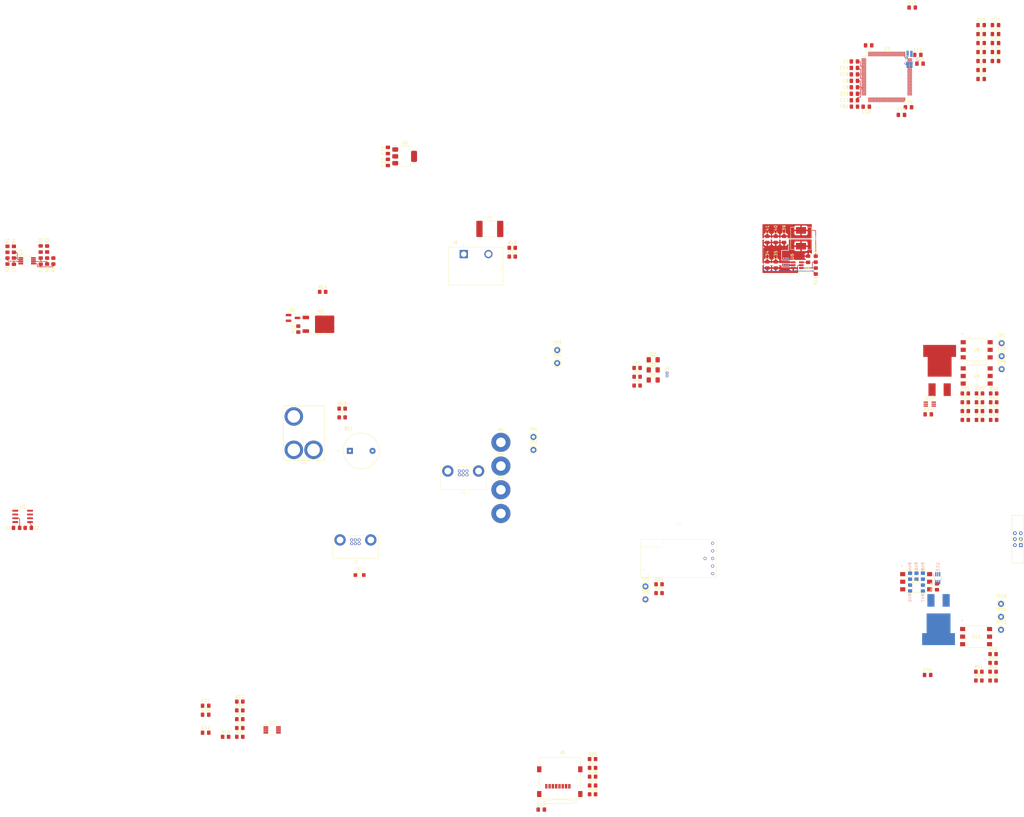
<source format=kicad_pcb>
(kicad_pcb (version 20240108) (generator "pcbnew") (generator_version "8.0")
  (title_block (title "SRAD Altimeter") (company "Waterloo Rocketry"))
  (layers (0 "F.Cu" signal) (1 "In1.Cu" signal) (2 "In2.Cu" signal) (31 "B.Cu" signal) (34 "B.Paste" user) (35 "F.Paste" user) (36 "B.SilkS" user "B.Silkscreen") (37 "F.SilkS" user "F.Silkscreen") (38 "B.Mask" user) (39 "F.Mask" user) (44 "Edge.Cuts" user))
  (net 0 "")
  (net 1 "+5V")
  (net 2 "+PYRO")
  (net 3 "+3V3")
  (net 4 "/mcu/VREF")
  (net 5 "/mcu/VCAP1")
  (net 6 "/mcu/VDDA")
  (net 7 "/mcu/VCAP2")
  (net 8 "/power/MAG_VOUT")
  (net 9 "+12V")
  (net 10 "Net-(U6-BST)")
  (net 11 "/power/3V3_P")
  (net 12 "+BATT")
  (net 13 "Net-(U6-SW)")
  (net 14 "/CHG_N")
  (net 15 "Net-(D2-A)")
  (net 16 "Net-(U2-IN+1)")
  (net 17 "Net-(D3-A)")
  (net 18 "Net-(D4-A)")
  (net 19 "Net-(U2-IN-1)")
  (net 20 "Net-(U2-IN-2)")
  (net 21 "Net-(U2-IN+2)")
  (net 22 "/CHG_P")
  (net 23 "Net-(J4-Pin_1)")
  (net 24 "/GPS_CURR")
  (net 25 "/mcu/MAG_VDIV")
  (net 26 "/mcu/BATT_VDIV")
  (net 27 "/mcu/DSENSE_DIV")
  (net 28 "/drogue/PYRO_SHORT")
  (net 31 "/CANL")
  (net 32 "/CANH")
  (net 33 "/drogue/PYRO_V")
  (net 34 "/mcu/MSENSE_DIV")
  (net 35 "/main/PYRO_SHORT")
  (net 36 "/main/PYRO_V")
  (net 37 "Net-(U7-IN+1)")
  (net 38 "Net-(U7-IN-1)")
  (net 39 "Net-(U7-IN-2)")
  (net 40 "Net-(U7-IN+2)")
  (net 41 "/imu/Pololu_SDA")
  (net 42 "/imu/Pololu_SCL")
  (net 43 "/mcu/SDMMC1_D1")
  (net 44 "Net-(U6-FB)")
  (net 45 "/main/FIRE")
  (net 46 "/mcu/SDMMC1_D3")
  (net 47 "/main/SENSE")
  (net 48 "/mcu/SDMMC1_CK")
  (net 49 "/mcu/SDMMC1_CMD")
  (net 50 "/mcu/SDMMC1_D2")
  (net 51 "/mcu/SDMMC1_D0")
  (net 52 "/mcu/~{LED_ARM}")
  (net 53 "/mcu/~{LED_ERR}")
  (net 54 "/mcu/~{LED_HTB}")
  (net 55 "/main/~{FIRE}")
  (net 56 "/drogue/FIRE")
  (net 57 "/BATT_CURR")
  (net 58 "/3V3_CURR")
  (net 59 "/FDCAN1_TX")
  (net 60 "/FDCAN1_RX")
  (net 61 "/drogue/SENSE")
  (net 62 "Net-(J6-Pin_2)")
  (net 63 "/drogue/~{FIRE}")
  (net 64 "/UART4_TX")
  (net 65 "/GPS_N")
  (net 66 "/UART4_RX")
  (net 67 "/GPSPV")
  (net 68 "/GPSRESET")
  (net 69 "/DFIRE+")
  (net 71 "/DFIRE-")
  (net 72 "/MFIRE-")
  (net 74 "/MFIRE+")
  (net 75 "/mcu/SWCLK")
  (net 76 "/mcu/SWDIO")
  (net 83 "Net-(Q1-D)")
  (net 84 "/mcu/ALT_ARM")
  (net 85 "Net-(R32-Pad1)")
  (net 86 "Net-(R35-Pad2)")
  (net 87 "Net-(R33-Pad2)")
  (net 88 "Net-(R42-Pad2)")
  (net 89 "Net-(R45-Pad1)")
  (net 90 "Net-(R46-Pad2)")
  (net 91 "Net-(R48-Pad2)")
  (net 140 "Net-(R55-Pad2)")
  (net 141 "GND")
  (net 142 "/CHG_CURR")
  (footprint "Resistor_SMD:R_0805_2012Metric_Pad1.20x1.40mm_HandSolder" (layer "F.Cu") (at -57.2535 146.3388)
    (property "Reference" "R21")
    (property "Value" "10R")
  )
  (footprint "Capacitor_SMD:C_0805_2012Metric_Pad1.18x1.45mm_HandSolder" (layer "F.Cu") (at 148.5392 -75.599972 180)
    (property "Reference" "C19")
    (property "Value" "0.1uF")
  )
  (footprint "TestPoint:TestPoint_Keystone_5000-5004_Miniature" (layer "F.Cu") (at 197.6362 110.4924)
    (property "Reference" "TP12")
    (property "Value" "PYRO_SHORT")
  )
  (footprint "canhw_footprints:connector_Harwin_M80-5000642" (layer "F.Cu") (at 203.2668 80.1304 90)
    (property "Reference" "J3")
    (property "Value" "M80-5000642")
  )
  (footprint "MountingHole:MountingHole_3.2mm_M3_Pad" (layer "F.Cu") (at 30.1654 55.625)
    (property "Reference" "H2")
    (property "Value" "MountingHole_Pad")
  )
  (footprint "Resistor_SMD:R_0805_2012Metric_Pad1.20x1.40mm_HandSolder" (layer "F.Cu") (at 190.4194 34.2572)
    (property "Reference" "R37")
    (property "Value" "20k")
  )
  (footprint "Capacitor_SMD:C_0805_2012Metric_Pad1.18x1.45mm_HandSolder" (layer "F.Cu") (at 169.7482 -82.1436)
    (property "Reference" "C12")
    (property "Value" "100nF")
  )
  (footprint "Resistor_SMD:R_0805_2012Metric_Pad1.20x1.40mm_HandSolder" (layer "F.Cu") (at 135.6106 -9.7028 -90)
    (property "Reference" "R23")
    (property "Value" "10k")
  )
  (footprint "Package_SO:SOIC-8_3.9x4.9mm_P1.27mm" (layer "F.Cu") (at -129.9691 72.4896)
    (property "Reference" "U1")
    (property "Value" "MCP2562")
  )
  (footprint "Resistor_SMD:R_0805_2012Metric_Pad1.20x1.40mm_HandSolder" (layer "F.Cu") (at -57.2535 140.4388)
    (property "Reference" "R19")
    (property "Value" "10R")
  )
  (footprint "TestPoint:TestPoint_Keystone_5000-5004_Miniature" (layer "F.Cu") (at 78.5754 95.945)
    (property "Reference" "TP5")
    (property "Value" "SCL1")
  )
  (footprint "Capacitor_SMD:C_0805_2012Metric_Pad1.18x1.45mm_HandSolder" (layer "F.Cu") (at -123.9266 -13.0256 90)
    (property "Reference" "C4")
    (property "Value" "1uF")
  )
  (footprint "TestPoint:TestPoint_Keystone_5000-5004_Miniature" (layer "F.Cu") (at 41.0654 45.875)
    (property "Reference" "TP1")
    (property "Value" "CHG_CURR")
  )
  (footprint "Resistor_SMD:R_0805_2012Metric_Pad1.20x1.40mm_HandSolder" (layer "F.Cu") (at -121.7676 -13.0556 -90)
    (property "Reference" "R6")
    (property "Value" "10R")
  )
  (footprint "Resistor_SMD:R_0805_2012Metric_Pad1.20x1.40mm_HandSolder" (layer "F.Cu") (at 185.6694 40.1572)
    (property "Reference" "R34")
    (property "Value" "20k")
  )
  (footprint "Resistor_SMD:R_0805_2012Metric_Pad1.20x1.40mm_HandSolder" (layer "F.Cu") (at 75.7754 28.655)
    (property "Reference" "R9")
    (property "Value" "100R")
  )
  (footprint "Capacitor_SMD:C_0805_2012Metric_Pad1.18x1.45mm_HandSolder" (layer "F.Cu") (at 152.5016 -64.77 180)
    (property "Reference" "C10")
    (property "Value" "100nF")
  )
  (footprint "TestPoint:TestPoint_Keystone_5000-5004_Miniature" (layer "F.Cu") (at 197.8394 14.4672)
    (property "Reference" "TP7")
    (property "Value" "PYRO_V")
  )
  (footprint "Resistor_SMD:R_0805_2012Metric_Pad1.20x1.40mm_HandSolder" (layer "F.Cu") (at -57.2535 137.4888)
    (property "Reference" "R18")
    (property "Value" "10R")
  )
  (footprint "Package_TO_SOT_SMD:SOT-23-6_Handsoldering" (layer "F.Cu") (at 129.413 -11.6723)
    (property "Reference" "U6")
    (property "Value" "TPS563200DDCR")
  )
  (footprint "Capacitor_SMD:C_0805_2012Metric_Pad1.18x1.45mm_HandSolder" (layer "F.Cu") (at 153.3144 -85.3186 180)
    (property "Reference" "C6")
    (property "Value" "100nF")
  )
  (footprint "Resistor_SMD:R_0805_2012Metric_Pad1.20x1.40mm_HandSolder" (layer "F.Cu") (at 190.2162 127.4824)
    (property "Reference" "R52")
    (property "Value" "1.5k")
  )
  (footprint "Package_TO_SOT_SMD:SOT-223" (layer "F.Cu") (at -2.0574 -48.133)
    (property "Reference" "U5")
    (property "Value" "NCV33275ST5.0T3G")
  )
  (footprint "TestPoint:TestPoint_Keystone_5000-5004_Miniature" (layer "F.Cu") (at 49.0254 16.785)
    (property "Reference" "TP3")
    (property "Value" "BATT_CURR")
  )
  (footprint "TestPoint:TestPoint_Keystone_5000-5004_Miniature" (layer "F.Cu") (at 197.8394 23.1672)
    (property "Reference" "TP9")
    (property "Value" "PYRO_SHORT")
  )
  (footprint "Resistor_SMD:R_0805_2012Metric_Pad1.20x1.40mm_HandSolder" (layer "F.Cu") (at -57.2535 143.3888)
    (property "Reference" "R20")
    (property "Value" "10R")
  )
  (footprint "Package_TO_SOT_SMD:SOT-23_Handsoldering" (layer "F.Cu") (at -39.4222 5.9944)
    (property "Reference" "Q1")
    (property "Value" "DMG2302UK")
  )
  (footprint "TestPoint:TestPoint_Keystone_5000-5004_Miniature" (layer "F.Cu") (at 197.6362 106.1424)
    (property "Reference" "TP11")
    (property "Value" "SENSE_V")
  )
  (footprint "canhw_footprints:connector_Harwin_G125–MG10605M4P" (layer "F.Cu") (at -18.542 80.378951)
    (property "Reference" "J2")
    (property "Value" "RocketCAN")
  )
  (footprint "Capacitor_SMD:C_0805_2012Metric_Pad1.18x1.45mm_HandSolder" (layer "F.Cu") (at 195.7832 -83.0834)
    (property "Reference" "C30")
    (property "Value" "0.1uF")
  )
  (footprint "MountingHole:MountingHole_3.2mm_M3_Pad" (layer "F.Cu") (at 30.1654 47.675)
    (property "Reference" "H1")
    (property "Value" "MountingHole_Pad")
  )
  (footprint "TestPoint:TestPoint_Keystone_5000-5004_Miniature" (layer "F.Cu") (at 49.0254 21.135)
    (property "Reference" "TP4")
    (property "Value" "3V3_CURR")
  )
  (footprint "Capacitor_SMD:C_0805_2012Metric_Pad1.18x1.45mm_HandSolder" (layer "F.Cu") (at 173.2594 38.2972)
    (property "Reference" "C44")
    (property "Value" "10uF")
  )
  (footprint "Package_TO_SOT_SMD:SOT-363_SC-70-6_Handsoldering" (layer "F.Cu") (at 173.7794 34.8722)
    (property "Reference" "U10")
    (property "Value" "INA212AIDCKT")
  )
  (footprint "Package_SO:VSSOP-8_3x3mm_P0.65mm" (layer "F.Cu") (at -46.4235 144.0388)
    (property "Reference" "U7")
    (property "Value" "INA2180A4IDGKR")
  )
  (footprint "Resistor_SMD:R_0805_2012Metric_Pad1.20x1.40mm_HandSolder" (layer "F.Cu") (at 60.8694 162.65)
    (property "Reference" "R29")
    (property "Value" "10kR")
  )
  (footprint "Resistor_SMD:R_0805_2012Metric_Pad1.20x1.40mm_HandSolder" (layer "F.Cu") (at 195.1694 31.3072)
    (property "Reference" "R40")
    (property "Value" "500R")
  )
  (footprint "Resistor_SMD:R_0805_2012Metric_Pad1.20x1.40mm_HandSolder" (layer "F.Cu") (at 185.6694 37.2072)
    (property "Reference" "R33")
    (property "Value" "500R")
  )
  (footprint "Package_QFP:LQFP-100_14x14mm_P0.5mm" (layer "F.Cu") (at 159.3742 -74.7564)
    (property "Reference" "U3")
    (property "Value" "STM32H750VBTx")
  )
  (footprint "Diode_SMD:Nexperia_CFP3_SOD-123W" (layer "F.Cu") (at -17.142 92.1512)
    (property "Reference" "D1")
    (property "Value" "PMEG2010ER,115")
  )
  (footprint "Capacitor_SMD:C_0805_2012Metric_Pad1.18x1.45mm_HandSolder" (layer "F.Cu") (at 164.2872 -62.0268)
    (property "Reference" "C13")
    (property "Value" "2.2uF")
  )
  (footprint "Resistor_SMD:R_0805_2012Metric_Pad1.20x1.40mm_HandSolder" (layer "F.Cu") (at 60.8694 156.75)
    (property "Reference" "R27")
    (property "Value" "10kR")
  )
  (footprint "Resistor_SMD:R_0805_2012Metric_Pad1.20x1.40mm_HandSolder" (layer "F.Cu") (at -121.7676 -17.0942 90)
    (property "Reference" "R2")
    (property "Value" "0.015R")
  )
  (footprint "Capacitor_SMD:C_0805_2012Metric_Pad1.18x1.45mm_HandSolder" (layer "F.Cu") (at 190.9732 -89.1034)
    (property "Reference" "C21")
    (property "Value" "0.1uF")
  )
  (footprint "Resistor_SMD:R_0805_2012Metric_Pad1.20x1.40mm_HandSolder" (layer "F.Cu") (at -119.6848 -13.0556 90)
    (property "Reference" "R5")
    (property "Value" "10R")
  )
  (footprint "Resistor_SMD:R_0805_2012Metric_Pad1.20x1.40mm_HandSolder" (layer "F.Cu") (at 190.4194 40.1572)
    (property "Reference" "R39")
    (property "Value" "1.5k")
  )
  (footprint "altimeter:CUI_CMI-1295-1285T" (layer "F.Cu") (at -16.59525 50.546)
    (property "Reference" "BZ1")
    (property "Value" "CMI-1295-1285T")
  )
  (footprint "Resistor_SMD:R_0805_2012Metric_Pad1.20x1.40mm_HandSolder" (layer "F.Cu") (at 135.5852 -13.6906 -90)
    (property "Reference" "R22")
    (property "Value" "33.2k")
  )
  (footprint "Capacitor_SMD:C_0805_2012Metric_Pad1.18x1.45mm_HandSolder" (layer "F.Cu") (at -68.6816 138.938)
    (property "Reference" "C38")
    (property "Value" "1uF")
  )
  (footprint "Capacitor_SMD:C_0805_2012Metric_Pad1.18x1.45mm_HandSolder" (layer "F.Cu") (at -7.6708 -50.1142 -90)
    (property "Reference" "C32")
    (property "Value" "0.33uF")
  )
  (footprint "Resistor_SMD:R_0805_2012Metric_Pad1.20x1.40mm_HandSolder" (layer "F.Cu") (at 190.2162 124.5324)
    (property "Reference" "R51")
    (property "Value" "500R")
  )
  (footprint "Diode_SMD:D_1206_3216Metric_Pad1.42x1.75mm_HandSolder" (layer "F.Cu") (at 81.1704 20.025)
    (property "Reference" "D2")
    (property "Value" "RED")
  )
  (footprint "Resistor_SMD:R_0805_2012Metric_Pad1.20x1.40mm_HandSolder" (layer "F.Cu") (at -135.0518 -16.9926 -90)
    (property "Reference" "R1")
    (property "Value" "0.02R")
  )
  (footprint "Resistor_SMD:R_0805_2012Metric_Pad1.20x1.40mm_HandSolder" (layer "F.Cu") (at 195.1694 37.2072)
    (property "Reference" "R42")
    (property "Value" "250R")
  )
  (footprint "Capacitor_SMD:C_0805_2012Metric_Pad1.18x1.45mm_HandSolder" (layer "F.Cu") (at 195.7832 -80.0734)
    (property "Reference" "C31")
    (property "Value" "0.1uF")
  )
  (footprint "Resistor_SMD:R_0805_2012Metric_Pad1.20x1.40mm_HandSolder" (layer "F.Cu") (at -37.6682 9.7536 90)
    (property "Reference" "R15")
    (property "Value" "15k")
  )
  (footprint "Resistor_SMD:R_0805_2012Metric_Pad1.20x1.40mm_HandSolder" (layer "F.Cu") (at 185.6694 31.3072)
    (property "Reference" "R31")
    (property "Value" "10k")
  )
  (footprint "Capacitor_SMD:C_0805_2012Metric_Pad1.18x1.45mm_HandSolder" (layer "F.Cu") (at 119.38 -11.7602 90)
    (property "Reference" "C34")
    (property "Value" "10uF")
  )
  (footprint "Capacitor_SMD:C_0805_2012Metric_Pad1.18x1.45mm_HandSolder" (layer "F.Cu") (at 148.5431 -66.932316 180)
    (property "Reference" "C17")
    (property "Value" "1uF")
  )
  (footprint "Capacitor_SMD:C_0805_2012Metric_Pad1.18x1.45mm_HandSolder" (layer "F.Cu") (at 124.9934 -20.32 -90)
    (property "Reference" "C39")
    (property "Value" "22uF")
  )
  (footprint "Capacitor_SMD:C_0805_2012Metric_Pad1.18x1.45mm_HandSolder" (layer "F.Cu") (at 122.1867 -20.32 -90)
    (property "Reference" "C40")
    (property "Value" "22uF")
  )
  (footprint "Package_TO_SOT_SMD:TO-252-2" (layer "F.Cu") (at -30.1158 8.129)
    (property "Reference" "Q2")
    (property "Value" "AOD417")
  )
  (footprint "altimeter:IND_IHLP-2525CZ_VIS" (layer "F.Cu") (at 130.6576 -20.6756 -90)
    (property "Reference" "L1")
    (property "Value" "IHLP2525CZER2R2M11")
  )
  (footprint "Connector_PinHeader_1.00mm:PinHeader_1x02_P1.00mm_Vertical" (layer "F.Cu") (at 85.8154 24.455)
    (property "Reference" "J4")
    (property "Value" "RESET")
  )
  (footprint "Capacitor_SMD:C_0805_2012Metric_Pad1.18x1.45mm_HandSolder" (layer "F.Cu") (at 195.7832 -89.1034)
    (property "Reference" "C28")
    (property "Value" "0.1uF")
  )
  (footprint "Resistor_SMD:R_0805_2012Metric_Pad1.20x1.40mm_HandSolder" (layer "F.Cu") (at 195.1694 40.1572)
    (property "Reference" "R43")
    (property "Value" "10k")
  )
  (footprint "canhw_footprints:connector_Harwin_G125–MG10605M4P" (layer "F.Cu") (at 17.5454 57.300402)
    (property "Reference" "J1")
    (property "Value" "GPS")
  )
  (footprint "Capacitor_SMD:C_0805_2012Metric_Pad1.18x1.45mm_HandSolder" (layer "F.Cu") (at 148.5392 -69.09923 180)
    (property "Reference" "C15")
    (property "Value" "100nF")
  )
  (footprint "Capacitor_SMD:C_0805_2012Metric_Pad1.18x1.45mm_HandSolder" (layer "F.Cu") (at -132.8928 -13.0256 -90)
    (property "Reference" "C3")
    (property "Value" "1uF")
  )
  (footprint "Resistor_SMD:R_0805_2012Metric_Pad1.20x1.40mm_HandSolder" (layer "F.Cu") (at -22.98525 36.376)
    (property "Reference" "R10")
    (property "Value" "60k")
  )
  (footprint "Diode_SMD:D_1206_3216Metric_Pad1.42x1.75mm_HandSolder" (layer "F.Cu") (at 81.1704 23.415)
    (property "Reference" "D3")
    (property "Value" "YELLOW")
  )
  (footprint "altimeter:TLP3543A__6P4X7P12_TOS" (layer "F.Cu") (at 189.2808 112.776)
    (property "Reference" "U12")
    (property "Value" "TLP3543A")
  )
  (footprint "MountingHole:MountingHole_3.2mm_M3_Pad" (layer "F.Cu") (at 30.1654 63.575)
    (property "Reference" "H3")
    (property "Value" "MountingHole_Pad")
  )
  (footprint "Capacitor_SMD:C_0805_2012Metric_Pad1.18x1.45mm_HandSolder" (layer "F.Cu") (at 190.9732 -77.0634)
    (property "Reference" "C25")
    (property "Value" "0.1uF")
  )
  (footprint "Capacitor_SMD:C_0805_2012Metric_Pad1.18x1.45mm_HandSolder" (layer "F.Cu") (at 190.9732 -86.0934)
    (property "Reference" "C22")
    (property "Value" "0.1uF")
  )
  (footprint "Capacitor_SMD:C_0805_2012Metric_Pad1.18x1.45mm_HandSolder" (layer "F.Cu") (at -128.0883 76.327 180)
    (property "Reference" "C2")
    (property "Value" "10uF")
  )
  (footprint "Capacitor_SMD:C_0805_2012Metric_Pad1.18x1.45mm_HandSolder" (layer "F.Cu") (at 148.5392 -71.2724 180)
    (property "Reference" "C9")
    (property "Value" "1uF")
  )
  (footprint "Resistor_SMD:R_0805_2012Metric_Pad1.20x1.40mm_HandSolder" (layer "F.Cu") (at 194.9662 127.4824)
    (property "Reference" "R56")
    (property "Value" "10k")
  )
  (footprint "Capacitor_SMD:C_0805_2012Metric_Pad1.18x1.45mm_HandSolder" (layer "F.Cu") (at 119.38 -20.32 -90)
    (property "Reference" "C41")
    (property "Value" "22uF")
  )
  (footprint "Resistor_SMD:R_0805_2012Metric_Pad1.20x1.40mm_HandSolder" (layer "F.Cu") (at 75.7754 25.705)
    (property "Reference" "R8")
    (property "Value" "100R")
  )
  (footprint "Diode_SMD:D_1206_3216Metric_Pad1.42x1.75mm_HandSolder" (layer "F.Cu") (at 81.1704 26.805)
    (property "Reference" "D4")
    (property "Value" "GREEN")
  )
  (footprint "Capacitor_SMD:C_0805_2012Metric_Pad1.18x1.45mm_HandSolder" (layer "F.Cu") (at 195.7832 -92.1134)
    (property "Reference" "C27")
    (property "Value" "0.1uF")
  )
  (footprint "TestPoint:TestPoint_Keystone_5000-5004_Miniature" (layer "F.Cu") (at 197.8394 18.8172)
    (property "Reference" "TP8")
    (property "Value" "SENSE_V")
  )
  (footprint "Resistor_SMD:R_0805_2012Metric_Pad1.20x1.40mm_HandSolder" (layer "F.Cu") (at 33.9719 -14.5469)
    (property "Reference" "R13")
    (property "Value" "20k")
  )
  (footprint "Capacitor_SMD:C_0805_2012Metric_Pad1.18x1.45mm_HandSolder" (layer "F.Cu") (at 43.6894 170.72)
    (property "Reference" "C43")
    (property "Value" "4.7uF")
  )
  (footprint "Capacitor_SMD:C_0805_2012Metric_Pad1.18x1.45mm_HandSolder" (layer "F.Cu") (at 148.5392 -79.9338 180)
    (property "Reference" "C7")
    (property "Value" "100nF")
  )
  (footprint "Capacitor_SMD:C_0805_2012Metric_Pad1.18x1.45mm_HandSolder" (layer "F.Cu") (at -68.6816 135.928)
    (property "Reference" "C37")
    (property "Value" "1uF")
  )
  (footprint "Resistor_SMD:R_0805_2012Metric_Pad1.20x1.40mm_HandSolder" (layer "F.Cu") (at 33.9719 -17.4969)
    (property "Reference" "R12")
    (property "Value" "60k")
  )
  (footprint "Resistor_SMD:R_0805_2012Metric_Pad1.20x1.40mm_HandSolder" (layer "F.Cu") (at -62.0035 146.3388)
    (property "Reference" "R16")
    (property "Value" "0.002R")
  )
  (footprint "Resistor_SMD:R_0805_2012Metric_Pad1.20x1.40mm_HandSolder" (layer "F.Cu") (at 190.4194 37.2072)
    (property "Reference" "R38")
    (property "Value" "500R")
  )
  (footprint "Capacitor_SMD:C_0805_2012Metric_Pad1.18x1.45mm_HandSolder" (layer "F.Cu") (at 190.9732 -83.0834)
    (property "Reference" "C23")
    (property "Value" "0.1uF")
  )
  (footprint "altimeter:PololuAltIMUv6" (layer "F.Cu") (at 89.6504 75.79)
    (property "Reference" "J7")
    (property "Value" "Pololu")
  )
  (footprint "Capacitor_SMD:C_0805_2012Metric_Pad1.18x1.45mm_HandSolder" (layer "F.Cu") (at 190.9732 -74.0534)
    (property "Reference" "C26")
    (property "Value" "0.1uF")
  )
  (footprint "Capacitor_SMD:C_0805_2012Metric_Pad1.18x1.45mm_HandSolder" (layer "F.Cu") (at 173.0562 125.6224)
    (property "Reference" "C45")
    (property "Value" "10uF")
  )
  (footprint "altimeter:TLP3543A__6P4X7P12_TOS" (layer "F.Cu") (at 189.484 25.4508)
    (property "Reference" "U9")
    (property "Value" "TLP3543A")
  )
  (footprint "Capacitor_SMD:C_0805_2012Metric_Pad1.18x1.45mm_HandSolder" (layer "F.Cu") (at 133.0452 -13.6652 90)
    (property "Reference" "C36")
    (property "Value" "100nF")
  )
  (footprint "canhw_footprints:microSD_Molex_WM6698CT-ND" (layer "F.Cu") (at 43.006 165.5156)
    (property "Reference" "J8")
    (property "Value" "Micro_SD_Card")
  )
  (footprint "Resistor_SMD:R_0805_2012Metric_Pad1.20x1.40mm_HandSolder" (layer "F.Cu") (at -22.98525 39.326)
    (property "Reference" "R11")
    (property "Value" "20k")
  )
  (footprint "altimeter:TLP3543A__6P4X7P12_TOS" (layer "F.Cu") (at 169.2148 94.3864)
    (property "Reference" "U11")
    (property "Value" "TLP3543A")
  )
  (footprint "Capacitor_SMD:C_0805_2012Metric_Pad1.18x1.45mm_HandSolder" (layer "F.Cu") (at 170.5102 -79.1972)
    (property "Reference" "C16")
    (property "Value" "2.2uF")
  )
  (footprint "Resistor_SMD:R_0805_2012Metric_Pad1.20x1.40mm_HandSolder" (layer "F.Cu") (at 60.8694 159.7)
    (property "Reference" "R28")
    (property "Value" "10kR")
  )
  (footprint "Capacitor_SMD:C_0805_2012Metric_Pad1.18x1.45mm_HandSolder" (layer "F.Cu") (at 166.6494 -64.5922)
    (property "Reference" "C18")
    (property "Value" "100nF")
  )
  (footprint "Package_SO:VSSOP-8_3x3mm_P0.65mm" (layer "F.Cu") (at -128.4732 -13.1474)
    (property "Reference" "U2")
    (property "Value" "INA2180A4IDGKR")
  )
  (footprint "Capacitor_SMD:C_0805_2012Metric_Pad1.18x1.45mm_HandSolder" (layer "F.Cu") (at 167.894 -97.9932)
    (property "Reference" "C11")
    (property "Value" "4.7uF")
  )
  (footprint "Capacitor_SMD:C_0805_2012Metric_Pad1.18x1.45mm_HandSolder" (layer "F.Cu") (at -68.6816 144.958)
    (property "Reference" "C42")
    (property "Value" "10uF")
  )
  (footprint "Capacitor_SMD:C_0805_2012Metric_Pad1.18x1.45mm_HandSolder" (layer "F.Cu") (at -123.9266 -17.0942 90)
    (property "Reference" "C5")
    (property "Value" "10uF")
  )
  (footprint "Resistor_SMD:R_0805_2012Metric_Pad1.20x1.40mm_HandSolder" (layer "F.Cu") (at 185.6694 34.2572)
    (property "Reference" "R32")
    (property "Value" "250R")
  )
  (footprint "Resistor_SMD:R_0805_2012Metric_Pad1.20x1.40mm_HandSolder" (layer "F.Cu") (at 83.1254 98.195)
    (property "Reference" "R25")
    (property "Value" "10k")
  )
  (footprint "Resistor_SMD:R_0805_2012Metric_Pad1.20x1.40mm_HandSolder" (layer "F.Cu") (at 75.7754 22.755)
    (property "Reference" "R7")
    (property "Value" "100R")
  )
  (footprint "Fuse:Fuse_2920_7451Metric_Pad2.10x5.45mm_HandSolder" (layer "F.Cu") (at 26.4668 -23.8252)
    (property "Reference" "F1")
    (property "Value" "2920L700/24SLER")
  )
  (footprint "Resistor_SMD:R_0805_2012Metric_Pad1.20x1.40mm_HandSolder" (layer "F.Cu") (at 60.8694 153.8)
    (property "Reference" "R26")
    (property "Value" "10kR")
  )
  (footprint "Resistor_SMD:R_0805_2012Metric_Pad1.20x1.40mm_HandSolder" (layer "F.Cu") (at -135.0518 -13.0556 90)
    (property "Reference" "R3")
    (property "Value" "10R")
  )
  (footprint "canhw_footprints:Mag Switch" (layer "F.Cu") (at -35.8648 53.7464)
    (property "Reference" "U4")
    (property "Value" "Mag Switch")
  )
  (footprint "Resistor_SMD:R_0805_2012Metric_Pad1.20x1.40mm_HandSolder" (layer "F.Cu") (at 195.1694 34.2572)
    (property "Reference" "R41")
    (property "Value" "20k")
  )
  (footprint "TestPoint:TestPoint_Keystone_5000-5004_Miniature" (layer "F.Cu") (at 41.0654 50.225)
    (property "Reference" "TP2")
    (property "Value" "GPS_CURR")
  )
  (footprint "Resistor_SMD:R_0805_2012Metric_Pad1.20x1.40mm_HandSolder" (layer "F.Cu") (at 60.8694 165.6)
    (property "Reference" "R30")
    (property "Value" "10kR")
  )
  (footprint "Capacitor_SMD:C_0805_2012Metric_Pad1.18x1.45mm_HandSolder" (layer "F.Cu") (at 148.5392 -77.7748 180)
    (property "Reference" "C14")
    (property "Value" "100nF")
  )
  (footprint "Inductor_SMD:L_0805_2012Metric_Pad1.15x1.40mm_HandSolder" (layer "F.Cu") (at 148.558734 -64.7954)
    (property "Reference" "FB1")
    (property "Value" "BLM21PG221SN1D")
  )
  (footprint "Resistor_SMD:R_0805_2012Metric_Pad1.20x1.40mm_HandSolder" (layer "F.Cu") (at -57.2535 134.5388)
    (property "Reference" "R17")
    (property "Value" "0.01R")
  )
  (footprint "Resistor_SMD:R_0805_2012Metric_Pad1.20x1.40mm_HandSolder" (layer "F.Cu") (at 190.4194 31.3072)
    (property "Reference" "R35")
    (property "Value" "60k")
  )
  (footprint "altimeter:RES_PWR263S_BRN" (layer "F.Cu") (at 177.0744 13.0422)
    (property "Reference" "R36" (hide yes))
    (property "Value" "PWR263S-35-5R00F" (hide yes))
  )
  (footprint "Capacitor_SMD:C_0805_2012Metric_Pad1.18x1.45mm_HandSolder" (layer "F.Cu") (at 195.7832 -86.0934)
    (property "Reference" "C29")
    (property "Value" "0.1uF")
  )
  (footprint "Capacitor_SMD:C_0805_2012Metric_Pad1.18x1.45mm_HandSolder" (layer "F.Cu") (at -131.9999 76.327 180)
    (property "Reference" "C1")
    (property "Value" "10uF")
  )
  (footprint "Resistor_SMD:R_0805_2012Metric_Pad1.20x1.40mm_HandSolder" (layer "F.Cu") (at 194.9662 121.5824)
    (property "Reference" "R54")
    (property "Value" "20k")
  )
  (footprint "Resistor_SMD:R_0805_2012Metric_Pad1.20x1.40mm_HandSolder" (layer "F.Cu") (at 176.1744 96.0628 90)
    (property "Reference" "R50")
    (property "Value" "20k")
  )
  (footprint "TestPoint:TestPoint_Keystone_5000-5004_Miniature" (layer "F.Cu") (at 197.6362 101.7924)
    (property "Reference" "TP10")
    (property "Value" "PYRO_V")
  )
  (footprint "TestPoint:TestPoint_Keystone_5000-5004_Miniature" (layer "F.Cu") (at 78.5754 100.295)
    (property "Reference" "TP6")
    (property "Value" "SDA1")
  )
  (footprint "Capacitor_SMD:C_0805_2012Metric_Pad1.18x1.45mm_HandSolder" (layer "F.Cu") (at 190.9732 -92.1134)
    (property "Reference" "C20")
    (property "Value" "0.1uF")
  )
  (footprint "Resistor_SMD:R_0805_2012Metric_Pad1.20x1.40mm_HandSolder" (layer "F.Cu") (at 83.1254 95.245)
    (property "Reference" "R24")
    (property "Value" "10k")
  )
  (footprint "Resistor_SMD:R_0805_2012Metric_Pad1.20x1.40mm_HandSolder" (layer "F.Cu") (at 194.9662 118.6324)
    (property "Reference" "R53")
    (property "Value" "500R")
  )
  (footprint "Resistor_SMD:R_0805_2012Metric_Pad1.20x1.40mm_HandSolder" (layer "F.Cu") (at 194.9662 124.5324)
    (property "Reference" "R55")
    (property "Value" "250R")
  )
  (footprint "Resistor_SMD:R_0805_2012Metric_Pad1.20x1.40mm_HandSolder" (layer "F.Cu") (at -29.4988 -2.7468)
    (property "Reference" "R14")
    (property "Value" "5k")
  )
  (footprint "altimeter:TLP3543A__6P4X7P12_TOS" (layer "F.Cu") (at 189.484 16.6784)
    (property "Reference" "U8")
    (property "Value" "TLP3543A")
  )
  (footprint "Capacitor_SMD:C_0805_2012Metric_Pad1.18x1.45mm_HandSolder" (layer "F.Cu") (at -7.6708 -46.101 90)
    (property "Reference" "C33")
    (property "Value" "0.22uF")
  )
  (footprint "Capacitor_SMD:C_0805_2012Metric_Pad1.18x1.45mm_HandSolder" (layer "F.Cu") (at 122.1867 -11.7602 90)
    (property "Reference" "C35")
    (property "Value" "10uF")
  )
  (footprint "Capacitor_SMD:C_0805_2012Metric_Pad1.18x1.45mm_HandSolder" (layer "F.Cu") (at 148.5431 -73.433058 180)
    (property "Reference" "C8")
    (property "Value" "100nF")
  )
  (footprint "canhw_footprints:TE_2-1437667-4" (layer "F.Cu") (at 17.7419 -15.3819)
    (property "Reference" "J6")
    (property "Value" "4DB-P108-02")
  )
  (footprint "Capacitor_SMD:C_0805_2012Metric_Pad1.18x1.45mm_HandSolder" (layer "F.Cu") (at 190.9732 -80.0734)
    (property "Reference" "C24")
    (property "Value" "0.1uF")
  )
  (footprint "Resistor_SMD:R_0805_2012Metric_Pad1.20x1.40mm_HandSolder" (layer "F.Cu") (at -132.8928 -16.9926 90)
    (property "Reference" "R4")
    (property "Value" "10R")
  )
  (footprint "MountingHole:MountingHole_3.2mm_M3_Pad" (layer "F.Cu") (at 30.1654 71.525)
    (property "Reference" "H4")
    (property "Value" "MountingHole_Pad")
  )
  (footprint "Connector_PinSocket_1.27mm:PinSocket_2x02_P1.27mm_Vertical_SMD" (layer "B.Cu") (at 166.9796 -80.6704 90)
    (property "Reference" "J5")
    (property "Value" "Programmer")
  )
  (footprint "Resistor_SMD:R_0805_2012Metric_Pad1.20x1.40mm_HandSolder" (layer "B.Cu") (at 167.1828 92.5322 90)
    (property "Reference" "R44")
    (property "Value" "10k")
  )
  (footprint "Package_TO_SOT_SMD:SOT-363_SC-70-6_Handsoldering" (layer "B.Cu") (at 176.4405 93.1926 -90)
    (property "Reference" "U13")
    (property "Value" "INA212AIDCKT")
  )
  (footprint "Resistor_SMD:R_0805_2012Metric_Pad1.20x1.40mm_HandSolder" (layer "B.Cu") (at 171.4754 96.52 90)
    (property "Reference" "R47")
    (property "Value" "20k")
  )
  (footprint "Resistor_SMD:R_0805_2012Metric_Pad1.20x1.40mm_HandSolder" (layer "B.Cu") (at 169.3164 92.5322 -90)
    (property "Reference" "R46")
    (property "Value" "500R")
  )
  (footprint "Resistor_SMD:R_0805_2012Metric_Pad1.20x1.40mm_HandSolder" (layer "B.Cu") (at 167.1828 96.504 -90)
    (property "Reference" "R45")
    (property "Value" "250R")
  )
  (footprint "Resistor_SMD:R_0805_2012Metric_Pad1.20x1.40mm_HandSolder" (layer "B.Cu") (at 171.4754 92.5162 90)
    (property "Reference" "R48")
    (property "Value" "60k")
  )
  (footprint "altimeter:RES_PWR263S_BRN" (layer "B.Cu") (at 176.7078 117.6298)
    (property "Reference" "R49" (hide yes))
    (property "Value" "PWR263S-35-5R00F" (hide yes))
  )
  (segment (start -131.2184 73.1246) (end -132.4441 73.1246) (width 0.2) (layer "F.Cu") (net 1))
  (segment (start -130.9624 76.327) (end -130.9624 73.3806) (width 0.2) (layer "F.Cu") (net 1))
  (segment (start -130.9624 73.3806) (end -131.2184 73.1246) (width 0.2) (layer "F.Cu") (net 1))
  (segment (start 150.7754 -78.2564) (end 151.6992 -78.2564) (width 0.2) (layer "F.Cu") (net 3))
  (segment (start 150.786201 -75.7564) (end 151.6992 -75.7564) (width 0.2) (layer "F.Cu") (net 3))
  (segment (start 150.5712 -77.2414) (end 150.5712 -75.971401) (width 0.2) (layer "F.Cu") (net 3))
  (segment (start 149.677914 -77.423486) (end 150.389114 -77.423486) (width 0.2) (layer "F.Cu") (net 3))
  (segment (start 150.389114 -77.423486) (end 150.5712 -77.2414) (width 0.2) (layer "F.Cu") (net 3))
  (segment (start -127.508 74.9046) (end -127.508 74.4085) (width 0.2) (layer "F.Cu") (net 3))
  (segment (start -127.0508 76.327) (end -127.0508 75.3618) (width 0.2) (layer "F.Cu") (net 3))
  (segment (start 150.5712 -75.971401) (end 150.786201 -75.7564) (width 0.2) (layer "F.Cu") (net 3))
  (segment (start -127.0508 75.3618) (end -127.508 74.9046) (width 0.2) (layer "F.Cu") (net 3))
  (segment (start 150.5204 -78.5114) (end 150.7754 -78.2564) (width 0.2) (layer "F.Cu") (net 3))
  (segment (start 150.3426 -79.9338) (end 150.5204 -79.756) (width 0.2) (layer "F.Cu") (net 3))
  (segment (start 150.5204 -79.756) (end 150.5204 -78.5114) (width 0.2) (layer "F.Cu") (net 3))
  (segment (start 149.520034 -79.9338) (end 150.3426 -79.9338) (width 0.2) (layer "F.Cu") (net 3))
  (segment (start 151.6992 -71.2564) (end 149.5927 -71.2564) (width 0.2) (layer "F.Cu") (net 4))
  (segment (start 150.5204 -71.5264) (end 150.7904 -71.2564) (width 0.2) (layer "F.Cu") (net 4))
  (segment (start 150.417142 -73.433058) (end 150.5204 -73.3298) (width 0.2) (layer "F.Cu") (net 4))
  (segment (start 150.5204 -73.3298) (end 150.5204 -71.5264) (width 0.2) (layer "F.Cu") (net 4))
  (segment (start 150.7904 -71.2564) (end 151.6992 -71.2564) (width 0.2) (layer "F.Cu") (net 4))
  (segment (start 149.5806 -73.433058) (end 150.417142 -73.433058) (width 0.2) (layer "F.Cu") (net 4))
  (segment (start 150.5458 -70.6882) (end 150.614 -70.7564) (width 0.2) (layer "F.Cu") (net 6))
  (segment (start 150.4442 -67.9196) (end 150.5458 -68.0212) (width 0.2) (layer "F.Cu") (net 6))
  (segment (start 150.5458 -69.977) (end 150.5458 -70.6882) (width 0.2) (layer "F.Cu") (net 6))
  (segment (start 149.733 -67.9196) (end 150.4442 -67.9196) (width 0.2) (layer "F.Cu") (net 6))
  (segment (start 150.5458 -69.3674) (end 150.5458 -69.977) (width 0.2) (layer "F.Cu") (net 6))
  (segment (start 150.3934 -69.215) (end 150.5458 -69.3674) (width 0.2) (layer "F.Cu") (net 6))
  (segment (start 150.5458 -68.0212) (end 150.5458 -69.977) (width 0.2) (layer "F.Cu") (net 6))
  (segment (start 149.5806 -66.9544) (end 149.5806 -67.7672) (width 0.2) (layer "F.Cu") (net 6))
  (segment (start 150.614 -70.7564) (end 151.6992 -70.7564) (width 0.2) (layer "F.Cu") (net 6))
  (segment (start 149.5806 -69.215) (end 150.3934 -69.215) (width 0.2) (layer "F.Cu") (net 6))
  (segment (start 149.5806 -67.7672) (end 149.733 -67.9196) (width 0.2) (layer "F.Cu") (net 6))
  (segment (start 130.763 -11.6723) (end 129.7569 -11.6723) (width 0.2) (layer "F.Cu") (net 9))
  (segment (start 129.54 -11.4554) (end 129.54 -10.7442) (width 0.2) (layer "F.Cu") (net 9))
  (segment (start 129.7569 -11.6723) (end 129.54 -11.4554) (width 0.2) (layer "F.Cu") (net 9))
  (segment (start 130.763 -12.6223) (end 133.0398 -12.6223) (width 0.2) (layer "F.Cu") (net 10))
  (segment (start 133.0398 -12.6223) (end 133.0452 -12.6277) (width 0.2) (layer "F.Cu") (net 10))
  (segment (start 135.5852 -14.6906) (end 135.5852 -23.114) (width 0.2) (layer "F.Cu") (net 11))
  (segment (start 135.5852 -23.114) (end 135.3566 -23.3426) (width 0.2) (layer "F.Cu") (net 11))
  (segment (start 135.3566 -23.3426) (end 133.5278 -23.3426) (width 0.2) (layer "F.Cu") (net 11))
  (via (at 126.3396 -14.0462) (size 0.6) (drill 0.3) (layers "F.Cu" "B.Cu") (net 13))
  (via (at 125.603 -11.6977) (size 0.6) (drill 0.3) (layers "F.Cu" "B.Cu") (net 13))
  (via (at 125.603 -14.0462) (size 0.6) (drill 0.3) (layers "F.Cu" "B.Cu") (net 13))
  (via (at 126.3396 -11.6977) (size 0.6) (drill 0.3) (layers "F.Cu" "B.Cu") (net 13))
  (via (at 124.8664 -11.6977) (size 0.6) (drill 0.3) (layers "F.Cu" "B.Cu") (net 13))
  (via (at 124.8664 -14.0462) (size 0.6) (drill 0.3) (layers "F.Cu" "B.Cu") (net 13))
  (segment (start -132.8928 -12.827) (end -133.096 -13.0302) (width 0.2) (layer "F.Cu") (net 16))
  (segment (start -134.6962 -13.0302) (end -133.096 -13.0302) (width 0.2) (layer "F.Cu") (net 16))
  (segment (start -135.0518 -13.3858) (end -134.6962 -13.0302) (width 0.2) (layer "F.Cu") (net 16))
  (segment (start -133.096 -13.0302) (end -131.953 -13.0302) (width 0.2) (layer "F.Cu") (net 16))
  (segment (start -131.953 -13.0302) (end -131.7804 -12.8576) (width 0.2) (layer "F.Cu") (net 16))
  (segment (start -131.7804 -12.8576) (end -130.5857 -12.8576) (width 0.2) (layer "F.Cu") (net 16))
  (segment (start -132.8928 -12.022) (end -132.8928 -12.827) (width 0.2) (layer "F.Cu") (net 16))
  (segment (start -135.0518 -14.0302) (end -135.0518 -13.3858) (width 0.2) (layer "F.Cu") (net 16))
  (segment (start -131.7752 -15.6464) (end -131.7752 -13.843) (width 0.2) (layer "F.Cu") (net 19))
  (segment (start -131.7752 -13.6652) (end -131.6176 -13.5076) (width 0.2) (layer "F.Cu") (net 19))
  (segment (start -132.8928 -15.9926) (end -132.1214 -15.9926) (width 0.2) (layer "F.Cu") (net 19))
  (segment (start -132.1214 -15.9926) (end -131.7752 -15.6464) (width 0.2) (layer "F.Cu") (net 19))
  (segment (start -131.7752 -13.843) (end -131.7752 -13.6652) (width 0.2) (layer "F.Cu") (net 19))
  (segment (start -132.8928 -14.097) (end -132.0292 -14.097) (width 0.2) (layer "F.Cu") (net 19))
  (segment (start -131.6176 -13.5076) (end -130.5857 -13.5076) (width 0.2) (layer "F.Cu") (net 19))
  (segment (start -132.0292 -14.097) (end -131.7752 -13.843) (width 0.2) (layer "F.Cu") (net 19))
  (segment (start -123.9266 -13.1342) (end -123.698 -12.9056) (width 0.2) (layer "F.Cu") (net 20))
  (segment (start -124.638744 -12.9032) (end -126.3405 -12.9032) (width 0.2) (layer "F.Cu") (net 20))
  (segment (start -121.897 -12.9056) (end -123.698 -12.9056) (width 0.2) (layer "F.Cu") (net 20))
  (segment (start -123.698 -12.9056) (end -124.636344 -12.9056) (width 0.2) (layer "F.Cu") (net 20))
  (segment (start -121.7676 -12.7762) (end -121.897 -12.9056) (width 0.2) (layer "F.Cu") (net 20))
  (segment (start -124.636344 -12.9056) (end -124.638744 -12.9032) (width 0.2) (layer "F.Cu") (net 20))
  (segment (start -123.9266 -14.0931) (end -123.9266 -13.1342) (width 0.2) (layer "F.Cu") (net 20))
  (segment (start -121.7676 -12.0556) (end -121.7676 -12.7762) (width 0.2) (layer "F.Cu") (net 20))
  (segment (start -125.263 -12.2076) (end -126.3353 -12.2076) (width 0.2) (layer "F.Cu") (net 21))
  (segment (start -125.0696 -12.0142) (end -125.263 -12.2076) (width 0.2) (layer "F.Cu") (net 21))
  (segment (start -119.9261 -11.1379) (end -124.1171 -11.1379) (width 0.2) (layer "F.Cu") (net 21))
  (segment (start -123.9266 -11.3284) (end -124.1171 -11.1379) (width 0.2) (layer "F.Cu") (net 21))
  (segment (start -119.6848 -11.3792) (end -119.9261 -11.1379) (width 0.2) (layer "F.Cu") (net 21))
  (segment (start -119.6848 -12.0556) (end -119.6848 -11.3792) (width 0.2) (layer "F.Cu") (net 21))
  (segment (start -124.841 -11.1379) (end -125.0696 -11.3665) (width 0.2) (layer "F.Cu") (net 21))
  (segment (start -124.1171 -11.1379) (end -124.841 -11.1379) (width 0.2) (layer "F.Cu") (net 21))
  (segment (start -123.9266 -12.0181) (end -123.9266 -11.3284) (width 0.2) (layer "F.Cu") (net 21))
  (segment (start -125.0696 -11.3665) (end -125.0696 -12.0142) (width 0.2) (layer "F.Cu") (net 21))
  (segment (start 150.6352 -74.2564) (end 151.6992 -74.2564) (width 0.2) (layer "F.Cu") (net 23))
  (segment (start 150.5458 -74.3458) (end 150.6352 -74.2564) (width 0.2) (layer "F.Cu") (net 23))
  (segment (start 150.372418 -75.599972) (end 150.5458 -75.42659) (width 0.2) (layer "F.Cu") (net 23))
  (segment (start 149.5806 -75.599972) (end 150.372418 -75.599972) (width 0.2) (layer "F.Cu") (net 23))
  (segment (start 150.5458 -75.42659) (end 150.5458 -74.3458) (width 0.2) (layer "F.Cu") (net 23))
  (segment (start 135.5911 -10.7223) (end 135.6106 -10.7028) (width 0.2) (layer "F.Cu") (net 44))
  (segment (start 134.1917 -10.7223) (end 134.4422 -10.9728) (width 0.2) (layer "F.Cu") (net 44))
  (segment (start 134.5852 -12.6906) (end 135.5852 -12.6906) (width 0.2) (layer "F.Cu") (net 44))
  (segment (start 133.2484 -10.7223) (end 134.1917 -10.7223) (width 0.2) (layer "F.Cu") (net 44))
  (segment (start 134.4422 -10.9728) (end 134.4422 -12.5476) (width 0.2) (layer "F.Cu") (net 44))
  (segment (start 133.2484 -10.7223) (end 135.5911 -10.7223) (width 0.2) (layer "F.Cu") (net 44))
  (segment (start 134.4422 -12.5476) (end 134.5852 -12.6906) (width 0.2) (layer "F.Cu") (net 44))
  (segment (start 130.763 -10.7223) (end 133.2484 -10.7223) (width 0.2) (layer "F.Cu") (net 44))
  (segment (start 165.788074 -81.051821) (end 165.3742 -81.465695) (width 0.2) (layer "F.Cu") (net 75))
  (segment (start 165.3742 -81.465695) (end 165.3742 -82.4314) (width 0.2) (layer "F.Cu") (net 75))
  (via (at 165.788074 -81.051821) (size 0.6) (drill 0.3) (layers "F.Cu" "B.Cu") (net 75))
  (segment (start 166.192621 -81.051821) (end 165.788074 -81.051821) (width 0.2) (layer "B.Cu") (net 75))
  (segment (start 166.3446 -81.2038) (end 166.192621 -81.051821) (width 0.2) (layer "B.Cu") (net 75))
  (segment (start 166.3446 -82.4704) (end 166.3446 -81.2038) (width 0.2) (layer "B.Cu") (net 75))
  (segment (start 165.608 -79.248) (end 167.0408 -79.248) (width 0.2) (layer "F.Cu") (net 76))
  (via (at 165.608 -79.248) (size 0.6) (drill 0.3) (layers "F.Cu" "B.Cu") (net 76))
  (segment (start 165.8332 -78.8704) (end 165.608 -79.0956) (width 0.2) (layer "B.Cu") (net 76))
  (segment (start 166.3446 -78.8704) (end 165.8332 -78.8704) (width 0.2) (layer "B.Cu") (net 76))
  (segment (start 165.608 -79.0956) (end 165.608 -79.248) (width 0.2) (layer "B.Cu") (net 76))
  (segment (start 135.6106 -8.7028) (end 135.6106 -8.8138) (width 0.2) (layer "F.Cu") (net 141))
  (segment (start 135.6106 -8.8138) (end 134.7216 -9.7028) (width 0.2) (layer "F.Cu") (net 141))
  (via (at 118.1608 -17.6022) (size 0.6) (drill 0.3) (layers "F.Cu" "B.Cu") (net 141))
  (via (at 134.7216 -9.7028) (size 0.6) (drill 0.3) (layers "F.Cu" "B.Cu") (net 141))
  (segment (start 118.1608 -17.6022) (end 118.1608 -10.1854) (width 0.2) (layer "B.Cu") (net 141))
  (segment (start 118.1608 -10.1854) (end 118.6434 -9.7028) (width 0.2) (layer "B.Cu") (net 141))
  (segment (start 118.6434 -9.7028) (end 134.7216 -9.7028) (width 0.2) (layer "B.Cu") (net 141))
  (zone (net 11) (net_name "/power/3V3_P") (layer "F.Cu") (priority 2) (connect_pads (clearance 0.0508)) (min_thickness 0.25) (fill yes (thermal_gap 0.5) (thermal_bridge_width 0.5))
    (polygon (pts (xy 134.3152 -20.6502) (xy 134.2898 -25.4254) (xy 117.7544 -25.4) (xy 117.7544 -20.6502)))
  )
  (zone (net 9) (net_name "+12V") (layer "F.Cu") (priority 4) (connect_pads (clearance 0.0508)) (min_thickness 0.25) (fill yes (thermal_gap 0.5) (thermal_bridge_width 0.5))
    (polygon (pts (xy 117.7544 -11.6332) (xy 124.1298 -11.6332) (xy 124.1298 -10.9728) (xy 129.667 -10.9728) (xy 129.667 -9.0678) (xy 117.7544 -9.0678)))
  )
  (zone (net 13) (net_name "Net-(U6-SW)") (layer "F.Cu") (priority 1) (connect_pads (clearance 0.0508)) (min_thickness 0.25) (fill yes (thermal_gap 0.5) (thermal_bridge_width 0.5))
    (polygon (pts (xy 126.5936 -16.5862) (xy 124.206 -16.5862) (xy 124.206 -13.462) (xy 134.3152 -13.462) (xy 134.3152 -20.32) (xy 126.5936 -20.32)))
  )
  (zone (net 141) (net_name "GND") (layer "F.Cu") (priority 3) (connect_pads (clearance 0.0508)) (min_thickness 0.25) (fill yes (thermal_gap 0.5) (thermal_bridge_width 0.5))
    (polygon (pts (xy 117.7544 -20.2438) (xy 126.4158 -20.2184) (xy 126.4285 -16.7386) (xy 124.0536 -16.7386) (xy 124.0536 -13.2842) (xy 129.159 -13.2842) (xy 129.159 -12.3698) (xy 121.539 -12.3698) (xy 117.7544 -12.3698)))
  )
  (zone (net 13) (net_name "Net-(U6-SW)") (layer "F.Cu") (connect_pads (clearance 0)) (min_thickness 0.25) (fill yes (thermal_gap 0.5) (thermal_bridge_width 0.5))
    (polygon (pts (xy 124.3584 -12.1549) (xy 128.651 -12.1549) (xy 128.651 -11.1897) (xy 124.3584 -11.1897)))
  )
)
</source>
